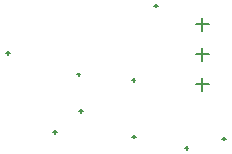
<source format=gbr>
%TF.GenerationSoftware,Altium Limited,Altium Designer,25.7.1 (20)*%
G04 Layer_Color=128*
%FSLAX45Y45*%
%MOMM*%
%TF.SameCoordinates,D7271FF7-ADEE-4A75-9EE6-9E67876EE782*%
%TF.FilePolarity,Positive*%
%TF.FileFunction,Drillmap*%
%TF.Part,Single*%
G01*
G75*
%TA.AperFunction,NonConductor*%
%ADD48C,0.12700*%
D48*
X371080Y1409700D02*
X401080D01*
X386080Y1394700D02*
Y1424700D01*
X1977000Y1651000D02*
X2087000D01*
X2032000Y1596000D02*
Y1706000D01*
X1977000Y1143000D02*
X2087000D01*
X2032000Y1088000D02*
Y1198000D01*
X1977000Y1397000D02*
X2087000D01*
X2032000Y1342000D02*
Y1452000D01*
X1625000Y1810000D02*
X1655000D01*
X1640000Y1795000D02*
Y1825000D01*
X1435000Y1180000D02*
X1465000D01*
X1450000Y1165000D02*
Y1195000D01*
X2199540Y684700D02*
X2229540D01*
X2214540Y669700D02*
Y699700D01*
X967980Y1229360D02*
X997980D01*
X982980Y1214360D02*
Y1244360D01*
X769860Y741680D02*
X799860D01*
X784860Y726680D02*
Y756680D01*
X990840Y919480D02*
X1020840D01*
X1005840Y904480D02*
Y934480D01*
X1435340Y701040D02*
X1465340D01*
X1450340Y686040D02*
Y716040D01*
X1882380Y607060D02*
X1912380D01*
X1897380Y592060D02*
Y622060D01*
%TF.MD5,e25ed18a8c30803b52205d1cd4da270d*%
M02*

</source>
